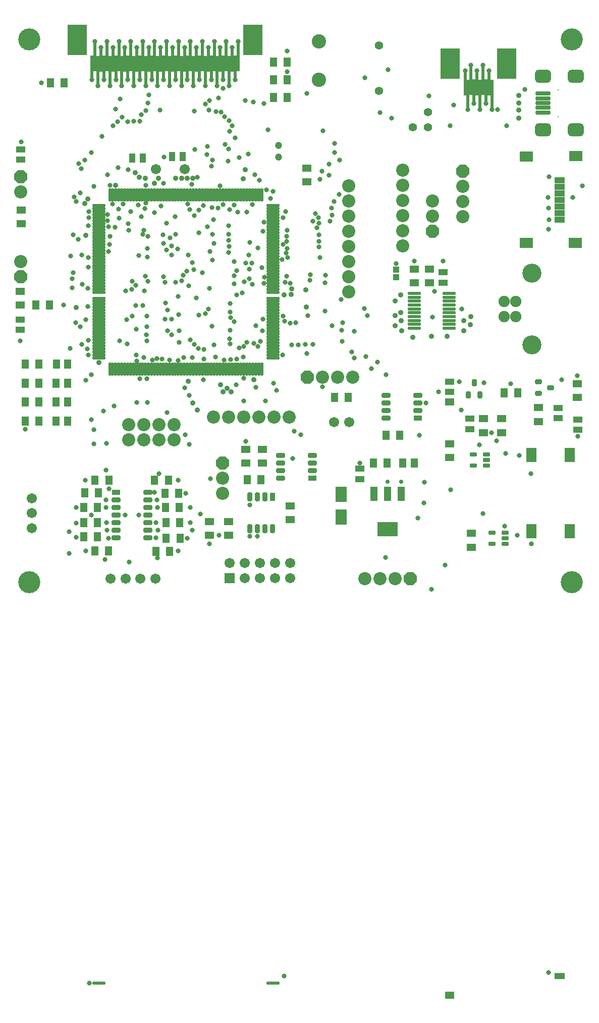
<source format=gts>
%FSTAX24Y24*%
%MOMM*%
%SFA1B1*%

%IPPOS*%
%AMD75*
4,1,8,-0.508000,-0.406400,0.508000,-0.406400,0.762000,-0.152400,0.762000,0.152400,0.508000,0.406400,-0.508000,0.406400,-0.762000,0.152400,-0.762000,-0.152400,-0.508000,-0.406400,0.0*
1,1,0.508000,-0.508000,-0.152400*
1,1,0.508000,0.508000,-0.152400*
1,1,0.508000,0.508000,0.152400*
1,1,0.508000,-0.508000,0.152400*
%
%AMD79*
4,1,8,-0.601980,0.137160,-0.601980,-0.137160,-0.363220,-0.375920,0.363220,-0.375920,0.601980,-0.137160,0.601980,0.137160,0.363220,0.375920,-0.363220,0.375920,-0.601980,0.137160,0.0*
1,1,0.478000,-0.363220,0.137160*
1,1,0.478000,-0.363220,-0.137160*
1,1,0.478000,0.363220,-0.137160*
1,1,0.478000,0.363220,0.137160*
%
%AMD80*
4,1,8,0.601980,-0.162560,0.601980,0.162560,0.337820,0.426720,-0.337820,0.426720,-0.601980,0.162560,-0.601980,-0.162560,-0.337820,-0.426720,0.337820,-0.426720,0.601980,-0.162560,0.0*
1,1,0.528000,0.337820,-0.162560*
1,1,0.528000,0.337820,0.162560*
1,1,0.528000,-0.337820,0.162560*
1,1,0.528000,-0.337820,-0.162560*
%
%AMD96*
4,1,8,1.351280,-0.500380,1.351280,0.500380,0.749300,1.102360,-0.749300,1.102360,-1.351280,0.500380,-1.351280,-0.500380,-0.749300,-1.102360,0.749300,-1.102360,1.351280,-0.500380,0.0*
1,1,1.204000,0.749300,-0.500380*
1,1,1.204000,0.749300,0.500380*
1,1,1.204000,-0.749300,0.500380*
1,1,1.204000,-0.749300,-0.500380*
%
%AMD97*
4,1,8,1.252220,-0.124460,1.252220,0.124460,1.023620,0.350520,-1.023620,0.350520,-1.252220,0.124460,-1.252220,-0.124460,-1.023620,-0.350520,1.023620,-0.350520,1.252220,-0.124460,0.0*
1,1,0.454000,1.023620,-0.124460*
1,1,0.454000,1.023620,0.124460*
1,1,0.454000,-1.023620,0.124460*
1,1,0.454000,-1.023620,-0.124460*
%
%AMD98*
4,1,8,0.162560,0.601980,-0.162560,0.601980,-0.426720,0.337820,-0.426720,-0.337820,-0.162560,-0.601980,0.162560,-0.601980,0.426720,-0.337820,0.426720,0.337820,0.162560,0.601980,0.0*
1,1,0.528000,0.162560,0.337820*
1,1,0.528000,-0.162560,0.337820*
1,1,0.528000,-0.162560,-0.337820*
1,1,0.528000,0.162560,-0.337820*
%
%AMD99*
4,1,8,0.406400,-0.508000,0.406400,0.508000,0.152400,0.762000,-0.152400,0.762000,-0.406400,0.508000,-0.406400,-0.508000,-0.152400,-0.762000,0.152400,-0.762000,0.406400,-0.508000,0.0*
1,1,0.508000,0.152400,-0.508000*
1,1,0.508000,0.152400,0.508000*
1,1,0.508000,-0.152400,0.508000*
1,1,0.508000,-0.152400,-0.508000*
%
%AMD106*
4,1,8,-1.102360,-0.457200,-0.457200,-1.102360,0.457200,-1.102360,1.102360,-0.457200,1.102360,0.457200,0.457200,1.102360,-0.457200,1.102360,-1.102360,0.457200,-1.102360,-0.457200,0.0*
%
%AMD108*
4,1,8,-0.457200,1.102360,-1.102360,0.457200,-1.102360,-0.457200,-0.457200,-1.102360,0.457200,-1.102360,1.102360,-0.457200,1.102360,0.457200,0.457200,1.102360,-0.457200,1.102360,0.0*
%
%ADD74R,1.202998X1.502997*%
G04~CAMADD=75~8~0.0~0.0~600.0~320.1~100.0~0.0~15~0.0~0.0~0.0~0.0~0~0.0~0.0~0.0~0.0~0~0.0~0.0~0.0~180.0~600.0~320.0*
%ADD75D75*%
%ADD76R,1.472997X0.812998*%
%ADD77R,1.202998X1.602997*%
%ADD78R,1.802996X2.402995*%
G04~CAMADD=79~8~0.0~0.0~296.5~473.6~94.1~0.0~15~0.0~0.0~0.0~0.0~0~0.0~0.0~0.0~0.0~0~0.0~0.0~0.0~90.0~474.0~297.0*
%ADD79D79*%
G04~CAMADD=80~8~0.0~0.0~335.8~473.6~103.9~0.0~15~0.0~0.0~0.0~0.0~0~0.0~0.0~0.0~0.0~0~0.0~0.0~0.0~270.0~474.0~336.0*
%ADD80D80*%
%ADD81O,2.302995X0.502999*%
%ADD82O,0.502999X2.302995*%
%ADD83R,0.502999X5.202990*%
%ADD84R,3.202994X5.202990*%
%ADD85R,0.502999X4.202992*%
%ADD86R,1.702997X1.002998*%
%ADD87R,2.202996X1.652997*%
%ADD88O,2.302995X0.552999*%
%ADD89R,3.452993X2.352995*%
%ADD90R,1.202998X2.352995*%
%ADD91R,1.952996X2.602995*%
%ADD92R,1.052998X1.602997*%
%ADD93R,1.602997X1.052998*%
%ADD94R,1.502997X1.202998*%
%ADD95R,1.102998X1.002998*%
G04~CAMADD=96~8~0.0~0.0~867.3~1064.2~237.0~0.0~15~0.0~0.0~0.0~0.0~0~0.0~0.0~0.0~0.0~0~0.0~0.0~0.0~270.0~1065.0~868.0*
%ADD96D96*%
G04~CAMADD=97~8~0.0~0.0~276.8~985.4~89.4~0.0~15~0.0~0.0~0.0~0.0~0~0.0~0.0~0.0~0.0~0~0.0~0.0~0.0~270.0~986.0~277.0*
%ADD97D97*%
G04~CAMADD=98~8~0.0~0.0~335.8~473.6~103.9~0.0~15~0.0~0.0~0.0~0.0~0~0.0~0.0~0.0~0.0~0~0.0~0.0~0.0~0.0~335.8~473.6*
%ADD98D98*%
G04~CAMADD=99~8~0.0~0.0~600.0~320.1~100.0~0.0~15~0.0~0.0~0.0~0.0~0~0.0~0.0~0.0~0.0~0~0.0~0.0~0.0~270.0~320.0~600.0*
%ADD99D99*%
%ADD100R,0.812998X1.472997*%
%ADD101C,1.702997*%
%ADD102C,0.902998*%
%ADD103C,2.202996*%
%ADD104C,1.402997*%
%ADD105R,1.702997X1.702997*%
G04~CAMADD=106~4~0.0~0.0~867.5~867.5~0.0~254.1~0~0.0~0.0~0.0~0.0~0~0.0~0.0~0.0~0.0~0~0.0~0.0~0.0~135.0~867.5~867.5*
%ADD106D106*%
%ADD107C,2.402995*%
G04~CAMADD=108~4~0.0~0.0~867.5~867.5~0.0~254.1~0~0.0~0.0~0.0~0.0~0~0.0~0.0~0.0~0.0~0~0.0~0.0~0.0~45.0~867.5~867.5*
%ADD108D108*%
%ADD109C,1.902996*%
%ADD110C,3.202994*%
%ADD111C,0.302999*%
%ADD112C,1.202998*%
%ADD113C,0.802998*%
%ADD114C,3.702993*%
%ADD115C,0.702999*%
%LN769bi_ltdc-1*%
%LPD*%
G54D74*
X642999Y950499D03*
X665999D03*
X641499Y925499D03*
X664499D03*
X640999Y876749D03*
X663999D03*
X641249Y899749D03*
X664249D03*
X800749Y949499D03*
X777749D03*
X760249Y970999D03*
X783249D03*
X801499Y925499D03*
X778499D03*
X1150499Y999999D03*
X1127499D03*
X1085249Y1110249D03*
X1062249D03*
X1171249Y1046749D03*
X1148249D03*
X779749Y873499D03*
X802749D03*
X560499Y1264749D03*
X583499D03*
X1369749Y1117749D03*
X1346749D03*
X542749Y1165999D03*
X565749D03*
X542749Y1134079D03*
X565749D03*
X542749Y1102169D03*
X565749D03*
X542749Y1070249D03*
X565749D03*
X785249Y852249D03*
X762249D03*
X683249Y971499D03*
X660249D03*
X659999Y852749D03*
X682999D03*
X778999Y900249D03*
X801999D03*
X915499Y972499D03*
X938499D03*
X959749Y1671999D03*
X982749D03*
X959749Y1642499D03*
X982749D03*
X959749Y1612999D03*
X982749D03*
X608219Y1637249D03*
X585219D03*
G54D75*
X695829Y900049D03*
Y887349D03*
Y874649D03*
Y938149D03*
Y925449D03*
X749169Y887349D03*
Y900049D03*
Y874649D03*
Y938149D03*
Y950849D03*
Y925449D03*
X695829Y912749D03*
X749169D03*
X1148579Y1075449D03*
Y1088149D03*
Y1113549D03*
Y1100849D03*
X1201919Y1088149D03*
Y1113549D03*
Y1100849D03*
X1024669Y999849D03*
Y1012549D03*
Y987149D03*
X971329Y999849D03*
Y1012549D03*
Y987149D03*
Y974449D03*
G54D76*
X695829Y950849D03*
X1201919Y1075449D03*
X1024669Y974449D03*
G54D77*
X1195499Y999999D03*
X1176499D03*
X595249Y1165749D03*
X614249D03*
X594999Y1133999D03*
X613999D03*
X594999Y1102499D03*
X613999D03*
X594999Y1069999D03*
X613999D03*
G54D78*
X1456499Y1013479D03*
X1392499D03*
X1456499Y885499D03*
X1392499D03*
G54D79*
X1316749Y995749D03*
Y1005249D03*
Y1014749D03*
X1294749D03*
Y995749D03*
X1348249Y864249D03*
Y873749D03*
Y883249D03*
X1326249D03*
Y864249D03*
G54D80*
X1424249Y1126499D03*
X1404249Y1116999D03*
Y1135999D03*
G54D81*
X958469Y1431429D03*
Y1426429D03*
Y1421429D03*
Y1416429D03*
Y1411429D03*
Y1406429D03*
Y1401429D03*
Y1396429D03*
Y1391429D03*
Y1386429D03*
Y1381429D03*
Y1376429D03*
Y1371429D03*
Y1366429D03*
Y1361429D03*
Y1356429D03*
Y1351429D03*
Y1346429D03*
Y1341429D03*
Y1336429D03*
Y1331429D03*
Y1326429D03*
Y1321429D03*
Y1316429D03*
Y1311429D03*
Y1306429D03*
Y1301429D03*
Y1296429D03*
Y1291429D03*
Y1286429D03*
Y128143D03*
Y1276429D03*
Y1271429D03*
Y1266429D03*
Y1261429D03*
Y1256429D03*
Y1251429D03*
Y1246429D03*
Y1241429D03*
Y1236429D03*
Y1231429D03*
Y1226429D03*
Y1221429D03*
Y1216429D03*
Y1211429D03*
Y1206429D03*
Y1201429D03*
Y1196429D03*
Y1191429D03*
Y1186429D03*
Y1181429D03*
Y1176429D03*
X666469D03*
Y1181429D03*
Y1186429D03*
Y1191429D03*
Y1196429D03*
Y1201429D03*
Y1206429D03*
Y1211429D03*
Y1216429D03*
Y1221429D03*
Y1226429D03*
Y1231429D03*
Y1236429D03*
Y1241429D03*
Y1246429D03*
Y1251429D03*
Y1256429D03*
Y1261429D03*
Y1266429D03*
Y1271429D03*
Y1276429D03*
Y128143D03*
Y1286429D03*
Y1291429D03*
Y1296429D03*
Y1301429D03*
Y1306429D03*
Y1311429D03*
Y1316429D03*
Y1321429D03*
Y1326429D03*
Y1331429D03*
Y1336429D03*
Y1341429D03*
Y1346429D03*
Y1351429D03*
Y1356429D03*
Y1361429D03*
Y1366429D03*
Y1371429D03*
Y1376429D03*
Y1381429D03*
Y1386429D03*
Y1391429D03*
Y1396429D03*
Y1401429D03*
Y1406429D03*
Y1411429D03*
Y1416429D03*
Y1421429D03*
Y1426429D03*
Y1431429D03*
G54D82*
X939969Y1157929D03*
X934969D03*
X929969D03*
X924969D03*
X919969D03*
X914969D03*
X909969D03*
X904969D03*
X899969D03*
X894969D03*
X889969D03*
X884969D03*
X879969D03*
X874969D03*
X869969D03*
X864969D03*
X859969D03*
X854969D03*
X849969D03*
X844969D03*
X839969D03*
X834969D03*
X829969D03*
X824969D03*
X819969D03*
X814969D03*
X809969D03*
X804969D03*
X799969D03*
X794969D03*
X789969D03*
X784969D03*
X779969D03*
X774969D03*
X769969D03*
X764969D03*
X759969D03*
X754969D03*
X749969D03*
X744969D03*
X739969D03*
X734969D03*
X729969D03*
X724969D03*
X719969D03*
X714969D03*
X709969D03*
X704969D03*
X699969D03*
X694969D03*
X689969D03*
X684969D03*
Y1449929D03*
X689969D03*
X694969D03*
X699969D03*
X704969D03*
X709969D03*
X714969D03*
X719969D03*
X724969D03*
X729969D03*
X734969D03*
X739969D03*
X744969D03*
X749969D03*
X754969D03*
X759969D03*
X764969D03*
X769969D03*
X774969D03*
X779969D03*
X784969D03*
X789969D03*
X794969D03*
X799969D03*
X804969D03*
X809969D03*
X814969D03*
X819969D03*
X824969D03*
X829969D03*
X834969D03*
X839969D03*
X844969D03*
X849969D03*
X854969D03*
X859969D03*
X864969D03*
X869969D03*
X874969D03*
X879969D03*
X884969D03*
X889969D03*
X894969D03*
X899969D03*
X904969D03*
X909969D03*
X914969D03*
X919969D03*
X924969D03*
X929969D03*
X934969D03*
X939969D03*
G54D83*
X1285999Y1617499D03*
X1290999Y1642499D03*
X1305999Y1617499D03*
X1310999Y1642499D03*
X1325999Y1617499D03*
X660249Y1682249D03*
X680249D03*
X700249D03*
X720249D03*
X740249D03*
X760249D03*
X780249D03*
X800249D03*
X820249D03*
X840249D03*
X860249D03*
X880249D03*
X900249D03*
X665249Y1657249D03*
X685249D03*
X705249D03*
X725249D03*
X745249D03*
X765249D03*
X785249D03*
X805249D03*
X825249D03*
X845249D03*
X865249D03*
X885249D03*
G54D84*
X1255999Y1669999D03*
X1350999D03*
X925249Y1709749D03*
X630249D03*
G54D85*
X1280999Y1637499D03*
X1295999Y1622499D03*
X1300999Y1637499D03*
X1315999Y1622499D03*
X1320999Y1637499D03*
X655249Y1662249D03*
X670249Y1677249D03*
X675249Y1662249D03*
X695249D03*
X715249D03*
X710249Y1677249D03*
X690249D03*
X73025D03*
X735249Y1662249D03*
X750249Y1677249D03*
X755249Y1662249D03*
X770249Y1677249D03*
X775249Y1662249D03*
X790249Y1677249D03*
X795249Y1662249D03*
X810249Y1677249D03*
X815249Y1662249D03*
X830249Y1677249D03*
X835249Y1662249D03*
X850249Y1677249D03*
X855249Y1662249D03*
X870249Y1677249D03*
X875249Y1662249D03*
X890249Y1677249D03*
X895249Y1662249D03*
G54D86*
X1439999Y1397D03*
Y1407999D03*
Y1418999D03*
Y1429999D03*
Y1440999D03*
Y1451999D03*
Y1462999D03*
Y1473999D03*
G54D87*
X1465999Y1368999D03*
X1466999Y1514999D03*
X1383999Y1513999D03*
Y1368999D03*
G54D88*
X1196249Y1284499D03*
Y1277999D03*
Y1271499D03*
Y1264999D03*
Y1258499D03*
Y1251999D03*
Y1245499D03*
Y1238999D03*
Y1232499D03*
Y1225999D03*
X1254249Y1284499D03*
Y1277999D03*
Y1271499D03*
Y1264999D03*
Y1258499D03*
Y1251999D03*
Y1245499D03*
Y1238999D03*
Y1232499D03*
Y1225999D03*
G54D89*
X1150749Y889499D03*
G54D90*
X1127749Y947999D03*
X1150749D03*
X1173749D03*
G54D91*
X1072749Y947749D03*
Y909749D03*
G54D92*
X806999Y1513999D03*
X789499D03*
X740249Y1511249D03*
X722749D03*
G54D93*
X534999Y1240749D03*
Y1223249D03*
X535749Y1525999D03*
Y1508499D03*
X1243749Y1302499D03*
Y1319999D03*
X1104749Y972999D03*
Y990499D03*
X1437249Y1092499D03*
Y1074999D03*
X1288999Y1074499D03*
Y1056999D03*
X1470249Y1072999D03*
Y1055499D03*
X1255249Y1119249D03*
Y1136749D03*
G54D94*
X534999Y1288029D03*
Y1265029D03*
X535999Y1424249D03*
Y1401249D03*
X1195999Y1325499D03*
Y1302499D03*
X1221249Y1325499D03*
Y1302499D03*
X1342249Y1074249D03*
Y1051249D03*
X1291749Y881999D03*
Y858999D03*
X1254749Y1031999D03*
Y1008999D03*
X1312249Y1051249D03*
Y1074249D03*
X1254999Y10795D03*
Y1102499D03*
X987599Y928049D03*
Y905049D03*
X884099Y878799D03*
Y901799D03*
X852249Y901749D03*
Y878749D03*
X1404499Y1092749D03*
Y1069749D03*
X1469749Y1109999D03*
Y1132999D03*
X1015499Y1471249D03*
Y1494249D03*
X940999Y1022999D03*
Y999999D03*
X913249Y1022749D03*
Y999749D03*
G54D95*
X1165749Y1311499D03*
Y1324499D03*
G54D96*
X1466749Y1648749D03*
Y1558749D03*
X1411749Y1648749D03*
Y1558749D03*
G54D97*
X1411749Y1619749D03*
Y1611749D03*
Y1595749D03*
Y1587749D03*
Y1603749D03*
G54D98*
X1296249Y1134749D03*
X1305749Y1114749D03*
X1286749D03*
G54D99*
X932749Y943469D03*
X920049D03*
X945449D03*
X932749Y890129D03*
X920049D03*
X945449D03*
X958149D03*
G54D100*
X958149Y943469D03*
G54D101*
X762Y1492999D03*
X810799D03*
X1086499Y1068749D03*
X1061499D03*
X885699Y832699D03*
X911099Y807299D03*
Y832699D03*
X936499Y807299D03*
Y832699D03*
X961899Y807299D03*
Y832699D03*
X987299Y807299D03*
Y832699D03*
X761499Y806499D03*
X736499D03*
X711499D03*
X686499D03*
X554249Y890999D03*
Y915999D03*
Y940999D03*
G54D102*
X694999Y1465999D03*
X766749Y1477499D03*
X647749Y1443249D03*
X642999Y1434999D03*
X1174499Y1221999D03*
X1163749Y1229999D03*
X1278499Y1221999D03*
X1290249Y1231999D03*
X1278749Y1238999D03*
X1173499Y1238749D03*
X1163499Y1247499D03*
X1172999Y1252749D03*
X644499Y1381999D03*
X628749Y1260749D03*
X990499Y1292249D03*
X977749Y1281749D03*
X1290499Y1245499D03*
X1172749Y1281999D03*
X1163749Y1271499D03*
X824499Y1477249D03*
X814919D03*
X805329D03*
X795749D03*
X744249D03*
X734249Y1479249D03*
X727999Y1486499D03*
X870499Y1131249D03*
X874749Y1119249D03*
X881749Y1125499D03*
X888249Y1119249D03*
X926499Y1139749D03*
X759749Y1469249D03*
X908499Y1476499D03*
X666499Y1168499D03*
X1014999Y1261499D03*
X816999Y1137499D03*
X1014249Y1290249D03*
X911999Y1491749D03*
X824249Y1100999D03*
X832249Y1088999D03*
X1250749Y1212499D03*
X1224749D03*
X1193499Y1211249D03*
X1371249Y1578249D03*
X1371029Y1591999D03*
Y1603999D03*
Y1616249D03*
X989249Y1282499D03*
G54D103*
X716419Y1064219D03*
Y1038819D03*
X741819D03*
Y1064219D03*
X767219Y1038819D03*
Y1064219D03*
X792619Y1038819D03*
Y1064219D03*
X986249Y1077249D03*
X960849D03*
X935449D03*
X910049D03*
X884649D03*
X859249D03*
X1085999Y1464999D03*
Y1439599D03*
Y1414199D03*
Y1388799D03*
Y1363399D03*
Y1337999D03*
Y1312599D03*
Y1287199D03*
X535749Y1337449D03*
Y1454549D03*
X1226249Y1439649D03*
Y1414249D03*
X1176499Y1363749D03*
Y1389149D03*
Y1414549D03*
Y1439949D03*
Y1465349D03*
Y1490749D03*
X1163449Y805749D03*
X1138049D03*
X1112649D03*
X1277499Y1463949D03*
Y1438549D03*
Y1413149D03*
X873749Y948999D03*
Y974399D03*
X1092849Y1144249D03*
X1067449D03*
X1042049D03*
G54D104*
X1136249Y1624249D03*
Y1700249D03*
X1193499Y1563249D03*
X1218499D03*
Y1588249D03*
G54D105*
X885699Y807299D03*
G54D106*
X535749Y1312049D03*
Y1479949D03*
X1226249Y1388849D03*
X1277499Y1489349D03*
X873749Y999799D03*
G54D107*
X1036249Y1707249D03*
Y1642249D03*
G54D108*
X1188849Y805749D03*
X1016649Y1144249D03*
G54D109*
X1346249Y1270749D03*
X1366149Y1245749D03*
X1346249D03*
X1366149Y1270749D03*
G54D110*
X1393249Y1318449D03*
Y1198049D03*
G54D111*
X1437379Y1625619D03*
Y1581249D03*
G54D112*
X968249Y1512749D03*
Y1532749D03*
G54D113*
X678749Y988499D03*
X981249Y1352499D03*
X1069999Y1450749D03*
X1054499Y1405999D03*
X1057999Y1415999D03*
X1057249Y1427249D03*
X1035999Y1382749D03*
X1029749Y1418499D03*
X1036249Y1402499D03*
X1032749Y1394499D03*
X1060999Y1438249D03*
X1052999Y1482999D03*
X1037499Y1475499D03*
X1052999Y1500999D03*
X1111999Y1259499D03*
X895249Y1544999D03*
X1045749Y1302249D03*
X1073499Y1273999D03*
X632749Y1502499D03*
X637999Y1348999D03*
X1300999Y1657499D03*
X1295999Y1602499D03*
X1280999Y1657499D03*
X1310999Y1667499D03*
X1290999D03*
X1305999Y1592499D03*
X1315999Y1602499D03*
X1325999Y1592499D03*
X1320999Y1657499D03*
X895249Y1642249D03*
X875249D03*
X855249D03*
X665249Y1632249D03*
X660249Y1707249D03*
X655249Y1642249D03*
X685249Y1632249D03*
X705249D03*
X725249D03*
X745249D03*
X765249D03*
X785249D03*
X805249D03*
X825249D03*
X845249D03*
X865249D03*
X885249D03*
X680249Y1707249D03*
X700249D03*
X720249D03*
X740249D03*
X760249D03*
X780249D03*
X800249D03*
X820249D03*
X840249D03*
X860249D03*
X880249D03*
X900249D03*
X670249Y1697249D03*
X675249Y1642249D03*
X695249D03*
X715249D03*
X735249D03*
X755249D03*
X775249D03*
X795249D03*
X815249D03*
X835249D03*
X690249Y1697249D03*
X710249D03*
X73025D03*
X750249D03*
X770249D03*
X790249D03*
X810249D03*
X830249D03*
X850249D03*
X870249D03*
X890249D03*
X631999Y1374749D03*
X896749Y1131499D03*
X981749Y1312999D03*
X1348749Y1015749D03*
X748249Y1101499D03*
X1165749Y1334499D03*
X1381249Y1626749D03*
X1229499Y1288249D03*
X1195999Y1338999D03*
X1035249Y1411749D03*
X979999Y1421999D03*
X1025999Y1405999D03*
X534249Y1205249D03*
X607499Y1264749D03*
X536499Y1538249D03*
X623499Y1382999D03*
X622249Y1308749D03*
X623499Y1319499D03*
X622249Y1294249D03*
X618749Y1192499D03*
X1134249Y1169749D03*
X770999Y1430999D03*
X706999Y1434499D03*
X716249Y1491999D03*
X777749Y1303249D03*
X775509Y1312249D03*
X744249Y1312999D03*
X748999Y1305249D03*
X1243749Y1338499D03*
X1275249Y1258499D03*
X914999Y1202499D03*
X729719Y1180929D03*
X729969Y1171469D03*
X833249Y1192499D03*
X808999Y1176999D03*
X933249Y1360999D03*
X1151749Y1659999D03*
X1062499Y1535749D03*
X1157499Y1578499D03*
X1138249Y1587249D03*
X1113249Y1645749D03*
X1035999Y1371499D03*
Y1361999D03*
X1070249Y1507749D03*
X1037499Y1344999D03*
X1062499Y1520749D03*
X848249Y1516999D03*
X750249Y1616999D03*
X774969Y1469029D03*
X841749Y1139749D03*
X773999Y1382929D03*
X716249Y1400999D03*
X842749Y1190249D03*
X741999Y1176749D03*
X859719Y1197929D03*
X852009Y1292749D03*
X906969Y1285679D03*
X893259Y1313999D03*
X939879Y1327429D03*
X928499Y1483499D03*
X935749Y1473749D03*
X958999Y1455499D03*
X948249Y1458499D03*
X954249Y1443749D03*
X1025499Y1198749D03*
X1045749Y1254749D03*
X977499Y1397D03*
X982499Y1390499D03*
X950249Y1558999D03*
X1012999Y1198749D03*
X989749Y1198499D03*
X974679Y1181429D03*
X997249Y1235749D03*
X978249Y1237999D03*
X717499Y834499D03*
X823249Y887249D03*
X653999Y912999D03*
X836499Y914249D03*
X616499Y848249D03*
Y884749D03*
X764999Y840749D03*
X679249Y1032749D03*
X658499Y1032499D03*
X644499Y1138749D03*
X649999Y1421499D03*
X680999Y1416499D03*
X650069Y1411429D03*
X681249Y1406499D03*
X628999Y1438249D03*
X542749Y1056749D03*
X648749Y1397999D03*
X657999Y1464249D03*
X1214999Y1100999D03*
X1236499Y1119749D03*
X1204749Y1046749D03*
X785749Y1377499D03*
X795249Y1383749D03*
X775009Y1368249D03*
X682469Y1354429D03*
X642749Y1508249D03*
X885499Y1573749D03*
X886249Y1556499D03*
X916999Y1517999D03*
X889999Y1565249D03*
X769499Y1591999D03*
X887749Y1243999D03*
X893249Y1237499D03*
X856219Y1229179D03*
X819749Y1206249D03*
X801499Y1202499D03*
X826749Y1414999D03*
X781499Y1256499D03*
X800249Y1249249D03*
X729289Y1224809D03*
X722749Y1246249D03*
X728499Y1297749D03*
X742749Y1288999D03*
X722999Y1304749D03*
X794249Y1413179D03*
X780539Y1402569D03*
X817249Y1297249D03*
X923249Y1335249D03*
X919749Y1370249D03*
X893849Y1300309D03*
X840249Y1318899D03*
X1333999Y1036999D03*
X1255999Y1565999D03*
X1350999D03*
X901999Y1511999D03*
X1040999Y1488999D03*
X1042999Y1556999D03*
X964999Y1121999D03*
X959999Y1133999D03*
X1090999Y1185999D03*
X1074999Y1203999D03*
X1073999Y1222999D03*
X1419999Y1444999D03*
X1477999Y1464999D03*
X1020749Y1306499D03*
X826999Y1589999D03*
X690499Y1565749D03*
X618999Y1346999D03*
X653999Y1520999D03*
X1201749Y907749D03*
X1392499Y864249D03*
X1147749Y841749D03*
X1325499Y1051249D03*
X1372249Y1012499D03*
X1391249Y982249D03*
X1347749Y894249D03*
X1368749Y878749D03*
X625499Y1445999D03*
X637499Y1493249D03*
X635499Y1452749D03*
X720249Y1421499D03*
X701999Y1610499D03*
X857499Y1507999D03*
X671999Y1547499D03*
X694999Y1593499D03*
X827999Y1525499D03*
X877049Y1173059D03*
X748879Y1604119D03*
X725249Y1572999D03*
X848999Y1530999D03*
X697999Y1572499D03*
X681499Y1483499D03*
X862999Y1588999D03*
X975999Y1411499D03*
X705999Y1580249D03*
X714749Y1572499D03*
X745749Y1590999D03*
X737499Y1584249D03*
X735249Y1572999D03*
X878749Y1534499D03*
X884749Y1526999D03*
X871499Y1588499D03*
X877749Y1580749D03*
X776249Y1512749D03*
X1016999Y1246999D03*
X883749Y1506499D03*
X855499Y1497749D03*
X698749Y1494999D03*
X818499Y1113749D03*
X909999Y1104249D03*
X1021499Y1316249D03*
X799499Y971499D03*
X820249Y900249D03*
X920049Y877099D03*
X932749Y876899D03*
X868349Y878799D03*
X644499Y852499D03*
X643999Y971499D03*
X816999Y1348999D03*
X886499Y1222499D03*
X918999Y1325499D03*
X917999Y1348999D03*
X893499Y1337999D03*
X848749Y1395939D03*
X852749Y1354499D03*
X834749Y1386499D03*
X884499Y1372999D03*
X885249Y1362999D03*
X746749Y1228999D03*
X85725Y1383249D03*
X883999Y1383179D03*
X857499Y1339999D03*
X897999Y1174499D03*
X728499Y1263999D03*
X721749Y1290999D03*
X779999Y1357499D03*
X798999Y1359249D03*
X788249Y1348999D03*
X788499Y1364249D03*
X740719Y1383179D03*
X684469Y1366929D03*
X684999Y1465999D03*
X975749Y1246499D03*
X746719Y1215429D03*
X748219Y1359679D03*
X759969Y1419929D03*
X699999Y1425999D03*
X897969Y1282179D03*
X933219Y1195429D03*
X693469Y1395179D03*
X748469Y1379929D03*
X747469Y1246179D03*
X918969Y1308679D03*
X929969Y1229929D03*
X923969Y1433929D03*
X764469Y1175429D03*
X648749Y1181249D03*
X741749Y1390749D03*
X886499Y1267929D03*
X833999Y1424499D03*
X842249Y1432249D03*
X924509Y1299999D03*
X897719Y1322679D03*
X913469Y1335429D03*
X910969Y1303679D03*
X886499Y1252999D03*
X885999Y1207999D03*
X747719Y1345179D03*
X733219Y1347969D03*
X869969Y1464719D03*
X884249Y1397999D03*
X915219Y1421179D03*
X826499Y1198999D03*
X884249Y1352999D03*
X909969Y1142279D03*
X830259Y1276499D03*
X850249Y1258499D03*
X807749Y1314999D03*
X795249Y1303249D03*
X844999Y1250999D03*
X833999Y1248399D03*
X714499Y1199999D03*
X701719Y1205249D03*
X823749Y1336499D03*
X826249Y1323999D03*
X813749Y1321499D03*
X740499Y1264499D03*
X805999Y1305999D03*
X822999Y1177249D03*
X800999Y1222249D03*
X788499Y1215249D03*
X781749Y1221749D03*
X684999Y1380249D03*
X700249Y1410749D03*
X737999Y1412899D03*
X716499Y1389999D03*
X689969Y1434529D03*
X942319Y1241429D03*
X944429Y1311429D03*
X943249Y1403499D03*
X819249Y1424999D03*
X815749Y1433999D03*
X683179Y1396429D03*
X772749Y1174249D03*
X799969Y1172029D03*
X860069Y1367929D03*
X799999Y1279749D03*
X778539Y1268059D03*
X788749Y1241749D03*
X777499Y1240999D03*
X1461499Y1444999D03*
X1421749Y1479999D03*
X1421499Y14605D03*
Y1427249D03*
X1421749Y1407999D03*
X1421499Y1391999D03*
X729999Y1101749D03*
X1104749Y999749D03*
X819749Y925499D03*
X799749Y852499D03*
X1015749Y1619749D03*
X1335999Y1592499D03*
X1274749Y1088749D03*
X1271249Y1136749D03*
X1305249Y1030499D03*
X1470249Y1044499D03*
X1469749Y1146499D03*
X734969Y1141779D03*
X929749Y1127249D03*
X946249Y1104499D03*
X867749Y1612499D03*
X925749Y1604999D03*
X851249Y1592249D03*
X940749Y1221499D03*
X902009Y1193239D03*
X908999Y1177499D03*
X909969Y1195929D03*
X886499Y1199749D03*
X862249Y1177499D03*
X937719Y1203929D03*
X927049Y1200309D03*
X648499Y1262499D03*
X831999Y1478999D03*
X822749Y1467249D03*
X1226499Y1244499D03*
X899249Y1420499D03*
X893249Y1432499D03*
X885999Y1424749D03*
X943249Y1301499D03*
X978999Y1302999D03*
X887999Y1173499D03*
X747499Y1141749D03*
X780749Y1084499D03*
X811249Y1047249D03*
X818249Y1031249D03*
X756249Y1172749D03*
X784999Y1172499D03*
X810249Y1126249D03*
X732749Y1432999D03*
X743499Y1426749D03*
X745749Y1435749D03*
X648749Y1328749D03*
X649249Y1344249D03*
X648249Y1292999D03*
X651069Y128143D03*
X638499Y1299999D03*
X843249Y1174249D03*
X942249Y1388999D03*
X1310999Y915749D03*
X859319Y1407929D03*
X856749Y1428499D03*
X866749Y1427749D03*
X874999Y1433249D03*
X747249Y1204999D03*
X648999Y1205749D03*
X637999Y1198999D03*
X647249Y1191749D03*
X712999Y1240749D03*
X711999Y1288499D03*
X745249Y1465749D03*
X644749Y1240249D03*
X627999Y1235249D03*
X635499Y1228249D03*
X987499Y1234249D03*
X1000999Y1198499D03*
X1123749Y1158499D03*
X1148749Y1148249D03*
X1357499Y1133249D03*
X1443249Y1139999D03*
X1312499Y1134749D03*
X1256499Y954749D03*
X1094749Y1220749D03*
X1057499Y1229999D03*
X1075749Y1235499D03*
X1046999Y1315249D03*
X1212499Y967749D03*
X1212249Y932749D03*
X981999Y1380249D03*
X975499Y1366749D03*
X981749Y1371999D03*
X974249Y1341499D03*
X983249Y1344749D03*
X982549Y1360069D03*
X678249Y938249D03*
X678499Y925499D03*
X628499Y925249D03*
X679499Y899749D03*
X628999Y898999D03*
X628749Y875749D03*
X680249Y887249D03*
X677249Y838249D03*
X682999Y873749D03*
X710749Y912749D03*
X733749D03*
X767499Y982249D03*
X762249Y874499D03*
X765749Y887249D03*
X814749Y873499D03*
X763999Y938249D03*
X760249Y950749D03*
X812749Y949499D03*
X919999Y929499D03*
X653749Y1148499D03*
X691999Y1095749D03*
X673999Y1087249D03*
X658499Y1055749D03*
X653999Y1072499D03*
X991749Y1007749D03*
X853999Y973999D03*
X913249Y1036249D03*
X852249Y864499D03*
X765249Y925499D03*
X762Y899999D03*
X683249Y956749D03*
X1015749Y1183499D03*
X987999Y1301249D03*
X1117499Y1247249D03*
X1114499Y1178999D03*
X1094999Y1176499D03*
X1041749Y1128249D03*
X994289Y1053789D03*
X1005249Y1047249D03*
X570499Y1637249D03*
X982749Y1690499D03*
Y1656499D03*
X943749Y1602499D03*
X874999Y1627999D03*
X845249Y1602249D03*
X852499Y1608249D03*
X912499Y1607999D03*
X1285999Y1592499D03*
X1261749Y1600249D03*
X1220249Y1615499D03*
X1247499Y828749D03*
X1224499Y788749D03*
G54D114*
X549999Y1709999D03*
X1459999D03*
Y799999D03*
X549999D03*
G54D115*
X1150749Y968749D03*
X1173749D03*
M02*
</source>
